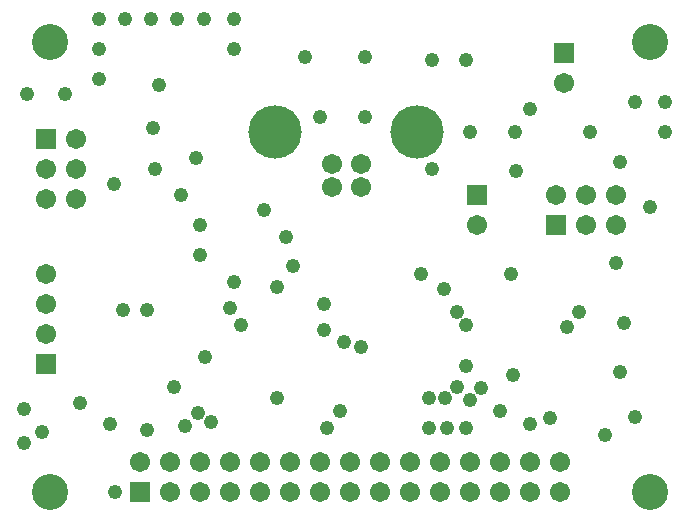
<source format=gbr>
G04 DipTrace 2.1.9.5*
%INBottomMask.gbr*%
%MOIN*%
%ADD32C,0.12*%
%ADD36C,0.048*%
%ADD46R,0.0671X0.0671*%
%ADD48C,0.0671*%
%ADD50C,0.178*%
%FSLAX44Y44*%
%SFA1B1*%
%OFA0B0*%
G04*
G70*
G90*
G75*
G01*
%LNBotMask*%
%LPD*%
D36*
X11564Y12441D3*
X20990Y16128D3*
X22126Y7879D3*
X13002Y8566D3*
X11817Y11001D3*
X18064Y8566D3*
X18626D3*
X6440Y8379D3*
X19001Y8941D3*
X19314Y9629D3*
X8691Y7504D3*
X15814Y10254D3*
X15251Y10441D3*
X9565Y8941D3*
X19001Y11441D3*
X9940Y7628D3*
X19314Y11003D3*
X10377Y8067D3*
X15127Y8128D3*
X20440D3*
X13002Y12253D3*
X20876Y9316D3*
X19815Y8878D3*
X19440Y8503D3*
X8940Y16190D3*
X21438Y18190D3*
X23940Y7315D3*
X13558Y12948D3*
X7565Y15690D3*
X9065Y19003D3*
X8877Y17565D3*
X13940Y19940D3*
X15940D3*
X14440Y17940D3*
X15940D3*
X19440Y17440D3*
X20940D3*
X23440D3*
X24440Y16440D3*
X24940Y18440D3*
X25940D3*
Y17440D3*
X25440Y14940D3*
X24940Y7940D3*
X18065Y7565D3*
X18690D3*
X19315D3*
X14690D3*
X7440Y7690D3*
X4565Y8190D3*
Y7065D3*
X5190Y7440D3*
X10440Y14315D3*
Y13315D3*
X9815Y15315D3*
X10315Y16565D3*
X12565Y14815D3*
X11440Y11565D3*
X14565Y11690D3*
Y10815D3*
X17815Y12690D3*
X18565Y12190D3*
X18190Y19815D3*
X19315D3*
X7065Y21190D3*
X7940D3*
X8815D3*
X9690D3*
X10565D3*
X11565D3*
X7065Y20190D3*
Y19190D3*
X5940Y18690D3*
X4690D3*
X11565Y20190D3*
X18190Y16190D3*
X20815Y12690D3*
X23065Y11440D3*
X22690Y10940D3*
X24315Y13065D3*
X21440Y7690D3*
X13315Y13940D3*
X24565Y11065D3*
X24440Y9440D3*
X10814Y7754D3*
X7627Y5440D3*
X7877Y11503D3*
X8690D3*
X10627Y9941D3*
D50*
X17689Y17440D3*
X12949D3*
D48*
X15809Y15590D3*
X14829D3*
X15809Y16370D3*
X14829D3*
D46*
X5315Y17190D3*
D48*
X6315D3*
X5315Y16190D3*
X6315D3*
X5315Y15190D3*
X6315D3*
D46*
X5315Y9690D3*
D48*
Y10690D3*
Y11690D3*
Y12690D3*
D46*
X22315Y14315D3*
D48*
Y15315D3*
X23315Y14315D3*
Y15315D3*
X24315Y14315D3*
Y15315D3*
D46*
X19690D3*
D48*
Y14315D3*
D46*
X22565Y20065D3*
D48*
Y19065D3*
D46*
X8440Y5440D3*
D48*
Y6440D3*
X9440Y5440D3*
Y6440D3*
X10440Y5440D3*
Y6440D3*
X11440Y5440D3*
Y6440D3*
X12440Y5440D3*
Y6440D3*
X13440Y5440D3*
Y6440D3*
X14440Y5440D3*
Y6440D3*
X15440Y5440D3*
Y6440D3*
X16440Y5440D3*
Y6440D3*
X17440Y5440D3*
Y6440D3*
X18440Y5440D3*
Y6440D3*
X19440Y5440D3*
Y6440D3*
X20440Y5440D3*
Y6440D3*
X21440Y5440D3*
Y6440D3*
X22440Y5440D3*
Y6440D3*
D32*
X5440Y20440D3*
X25440D3*
X5440Y5440D3*
X25440D3*
M02*

</source>
